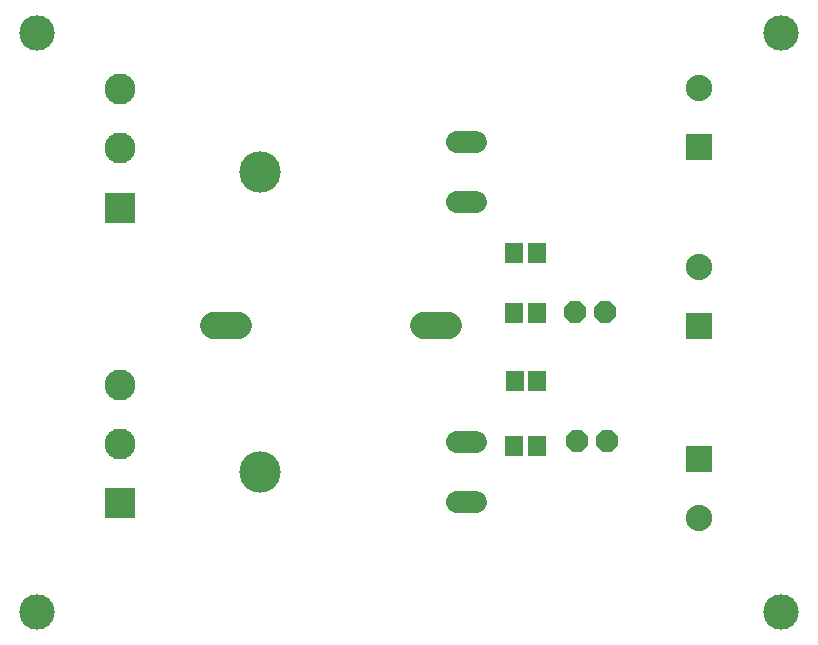
<source format=gts>
G75*
G70*
%OFA0B0*%
%FSLAX24Y24*%
%IPPOS*%
%LPD*%
%AMOC8*
5,1,8,0,0,1.08239X$1,22.5*
%
%ADD10C,0.1182*%
%ADD11R,0.0880X0.0880*%
%ADD12C,0.0880*%
%ADD13R,0.1030X0.1030*%
%ADD14C,0.1030*%
%ADD15C,0.0740*%
%ADD16C,0.1380*%
%ADD17R,0.0592X0.0671*%
%ADD18OC8,0.0740*%
%ADD19C,0.0905*%
D10*
X001440Y001420D03*
X001440Y020711D03*
X026243Y020711D03*
X026243Y001420D03*
D11*
X023487Y006530D03*
X023487Y010951D03*
X023487Y016904D03*
D12*
X023487Y018873D03*
X023487Y012920D03*
X023487Y004562D03*
D13*
X004196Y005054D03*
X004196Y014900D03*
D14*
X004196Y016869D03*
X004196Y018837D03*
X004196Y008991D03*
X004196Y007022D03*
D15*
X015421Y007093D02*
X016081Y007093D01*
X016081Y005093D02*
X015421Y005093D01*
X015421Y015093D02*
X016081Y015093D01*
X016081Y017093D02*
X015421Y017093D01*
D16*
X008851Y016093D03*
X008851Y006093D03*
D17*
X017349Y006963D03*
X018097Y006963D03*
X018105Y009117D03*
X017357Y009117D03*
X017349Y011369D03*
X018097Y011369D03*
X018086Y013377D03*
X017337Y013377D03*
D18*
X019365Y011420D03*
X020365Y011420D03*
X020444Y007113D03*
X019444Y007113D03*
D19*
X015132Y010995D02*
X014307Y010995D01*
X008132Y010995D02*
X007307Y010995D01*
M02*

</source>
